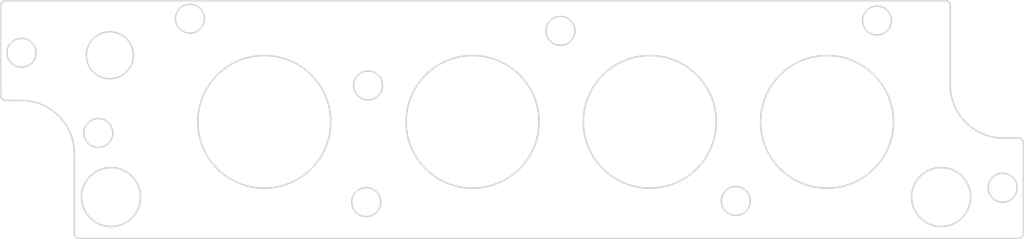
<source format=kicad_pcb>
(kicad_pcb (version 20171130) (host pcbnew 5.1.0-rc1-unknown-c0a86d7~84~ubuntu16.04.1)

  (general
    (thickness 1.6)
    (drawings 38)
    (tracks 0)
    (zones 0)
    (modules 0)
    (nets 1)
  )

  (page A4)
  (layers
    (0 F.Cu signal)
    (31 B.Cu signal)
    (32 B.Adhes user)
    (33 F.Adhes user)
    (34 B.Paste user)
    (35 F.Paste user)
    (36 B.SilkS user)
    (37 F.SilkS user)
    (38 B.Mask user)
    (39 F.Mask user)
    (40 Dwgs.User user)
    (41 Cmts.User user)
    (42 Eco1.User user)
    (43 Eco2.User user)
    (44 Edge.Cuts user)
    (45 Margin user)
    (46 B.CrtYd user)
    (47 F.CrtYd user)
    (48 B.Fab user)
    (49 F.Fab user)
  )

  (setup
    (last_trace_width 0.25)
    (trace_clearance 0.2)
    (zone_clearance 0.508)
    (zone_45_only no)
    (trace_min 0.2)
    (via_size 0.6)
    (via_drill 0.4)
    (via_min_size 0.4)
    (via_min_drill 0.3)
    (uvia_size 0.3)
    (uvia_drill 0.1)
    (uvias_allowed no)
    (uvia_min_size 0.2)
    (uvia_min_drill 0.1)
    (edge_width 0.15)
    (segment_width 0.2)
    (pcb_text_width 0.3)
    (pcb_text_size 1.5 1.5)
    (mod_edge_width 0.15)
    (mod_text_size 1 1)
    (mod_text_width 0.15)
    (pad_size 1.524 1.524)
    (pad_drill 0.762)
    (pad_to_mask_clearance 0.2)
    (solder_mask_min_width 0.25)
    (aux_axis_origin 0 0)
    (visible_elements FFFFFF7F)
    (pcbplotparams
      (layerselection 0x00030_80000001)
      (usegerberextensions false)
      (usegerberattributes false)
      (usegerberadvancedattributes false)
      (creategerberjobfile false)
      (excludeedgelayer true)
      (linewidth 0.100000)
      (plotframeref false)
      (viasonmask false)
      (mode 1)
      (useauxorigin false)
      (hpglpennumber 1)
      (hpglpenspeed 20)
      (hpglpendiameter 15.000000)
      (psnegative false)
      (psa4output false)
      (plotreference true)
      (plotvalue true)
      (plotinvisibletext false)
      (padsonsilk false)
      (subtractmaskfromsilk false)
      (outputformat 1)
      (mirror false)
      (drillshape 1)
      (scaleselection 1)
      (outputdirectory ""))
  )

  (net 0 "")

  (net_class Default "This is the default net class."
    (clearance 0.2)
    (trace_width 0.25)
    (via_dia 0.6)
    (via_drill 0.4)
    (uvia_dia 0.3)
    (uvia_drill 0.1)
  )

  (gr_line (start 39.472948 91.32964) (end 39.472948 80.29574) (layer Edge.Cuts) (width 0.2))
  (gr_circle (center 55.378103 61.694212) (end 57.372003 61.694212) (layer Edge.Cuts) (width 0.2))
  (gr_arc (start 169.390935 91.32964) (end 169.390935 91.99004) (angle -89.99998071) (layer Edge.Cuts) (width 0.2))
  (gr_circle (center 149.905799 61.947839) (end 151.899699 61.947839) (layer Edge.Cuts) (width 0.2))
  (gr_circle (center 106.359603 63.367307) (end 108.353503 63.367307) (layer Edge.Cuts) (width 0.2))
  (gr_line (start 159.988208 59.874641) (end 159.988208 70.806941) (layer Edge.Cuts) (width 0.2))
  (gr_circle (center 143.037733 75.914074) (end 152.181733 75.914074) (layer Edge.Cuts) (width 0.2))
  (gr_circle (center 94.264353 75.914074) (end 103.408352 75.914074) (layer Edge.Cuts) (width 0.2))
  (gr_arc (start 159.327808 59.874641) (end 159.988208 59.874641) (angle -89.99997991) (layer Edge.Cuts) (width 0.2))
  (gr_circle (center 118.653733 75.914074) (end 127.797733 75.914074) (layer Edge.Cuts) (width 0.2))
  (gr_circle (center 65.603762 75.914074) (end 74.747762 75.914074) (layer Edge.Cuts) (width 0.2))
  (gr_arc (start 169.390935 78.807941) (end 170.051335 78.80794) (angle -89.99996924) (layer Edge.Cuts) (width 0.2))
  (gr_circle (center 158.73437 86.282373) (end 162.79837 86.282373) (layer Edge.Cuts) (width 0.2))
  (gr_circle (center 130.482667 86.827162) (end 132.476567 86.827162) (layer Edge.Cuts) (width 0.2))
  (gr_circle (center 44.519518 86.282373) (end 48.583518 86.282373) (layer Edge.Cuts) (width 0.2))
  (gr_circle (center 65.603762 75.914074) (end 74.747762 75.914074) (layer Edge.Cuts) (width 0.2))
  (gr_line (start 167.328805 78.14754) (end 169.390935 78.147541) (layer Edge.Cuts) (width 0.2))
  (gr_line (start 30.00316 59.214241) (end 159.327808 59.214241) (layer Edge.Cuts) (width 0.2))
  (gr_arc (start 167.328808 70.806941) (end 159.988208 70.806941) (angle -89.9999745) (layer Edge.Cuts) (width 0.2))
  (gr_circle (center 94.264353 75.914074) (end 103.408352 75.914074) (layer Edge.Cuts) (width 0.2))
  (gr_arc (start 40.133348 91.32964) (end 39.472948 91.32964) (angle -89.99999107) (layer Edge.Cuts) (width 0.2))
  (gr_line (start 170.051335 78.80794) (end 170.051335 91.32964) (layer Edge.Cuts) (width 0.2))
  (gr_arc (start 30.00316 72.29474) (end 29.34276 72.29474) (angle -89.99996547) (layer Edge.Cuts) (width 0.2))
  (gr_circle (center 79.88876 70.898241) (end 81.88266 70.898241) (layer Edge.Cuts) (width 0.2))
  (gr_circle (center 42.774948 77.45144) (end 44.768848 77.45144) (layer Edge.Cuts) (width 0.2))
  (gr_circle (center 44.356423 66.736909) (end 47.596423 66.736909) (layer Edge.Cuts) (width 0.2))
  (gr_circle (center 44.519518 86.282373) (end 48.583518 86.282373) (layer Edge.Cuts) (width 0.2))
  (gr_line (start 169.390935 91.99004) (end 40.133348 91.99004) (layer Edge.Cuts) (width 0.2))
  (gr_circle (center 32.205809 66.391484) (end 34.199709 66.391484) (layer Edge.Cuts) (width 0.2))
  (gr_circle (center 158.73437 86.282373) (end 162.79837 86.282373) (layer Edge.Cuts) (width 0.2))
  (gr_circle (center 118.653733 75.914074) (end 127.797733 75.914074) (layer Edge.Cuts) (width 0.2))
  (gr_arc (start 30.00316 59.874641) (end 30.00316 59.214241) (angle -89.99999344) (layer Edge.Cuts) (width 0.2))
  (gr_circle (center 79.633965 86.978029) (end 81.627865 86.978029) (layer Edge.Cuts) (width 0.2))
  (gr_arc (start 32.132348 80.29574) (end 39.472948 80.29574) (angle -89.99996981) (layer Edge.Cuts) (width 0.2))
  (gr_line (start 32.132352 72.955141) (end 30.00316 72.95514) (layer Edge.Cuts) (width 0.2))
  (gr_line (start 29.34276 72.29474) (end 29.34276 59.874641) (layer Edge.Cuts) (width 0.2))
  (gr_circle (center 143.037733 75.914074) (end 152.181733 75.914074) (layer Edge.Cuts) (width 0.2))
  (gr_circle (center 167.2 85) (end 169.1939 85) (layer Edge.Cuts) (width 0.2))

)

</source>
